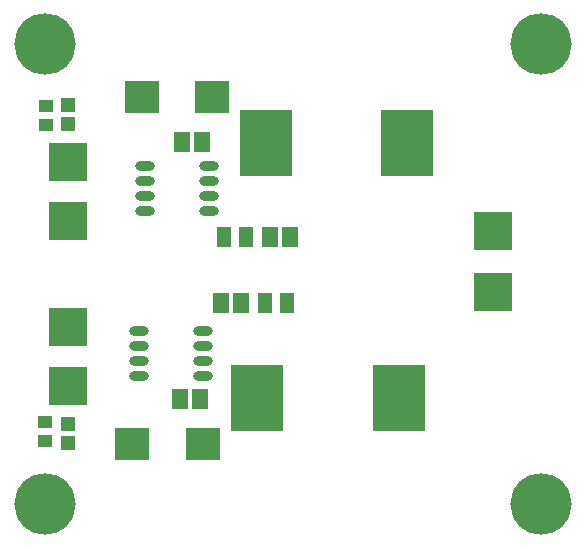
<source format=gts>
G04*
G04 #@! TF.GenerationSoftware,Altium Limited,Altium Designer,20.0.13 (296)*
G04*
G04 Layer_Color=8388736*
%FSLAX44Y44*%
%MOMM*%
G71*
G01*
G75*
%ADD21R,4.4032X5.7032*%
%ADD22R,3.0032X2.8032*%
%ADD23R,1.4032X1.7032*%
%ADD24R,1.2032X1.2032*%
%ADD25O,1.6532X0.8032*%
%ADD26R,1.2032X1.1032*%
%ADD27R,1.3032X1.7032*%
%ADD28R,3.2032X3.2032*%
%ADD29C,5.2032*%
D21*
X220000Y130000D02*
D03*
X340000D02*
D03*
X227000Y346000D02*
D03*
X347000D02*
D03*
D22*
X114000Y91000D02*
D03*
X174000D02*
D03*
X122000Y385000D02*
D03*
X182000D02*
D03*
D23*
X206500Y210000D02*
D03*
X189500D02*
D03*
X171500Y129000D02*
D03*
X154500D02*
D03*
X156500Y347000D02*
D03*
X173500D02*
D03*
X247500Y266000D02*
D03*
X230500D02*
D03*
D24*
X60000Y378000D02*
D03*
Y362000D02*
D03*
Y92000D02*
D03*
Y108000D02*
D03*
D25*
X119750Y187050D02*
D03*
Y174350D02*
D03*
Y161650D02*
D03*
Y148950D02*
D03*
X174250Y187050D02*
D03*
Y174350D02*
D03*
Y161650D02*
D03*
Y148950D02*
D03*
X179250Y287950D02*
D03*
Y300650D02*
D03*
Y313350D02*
D03*
Y326050D02*
D03*
X124750Y287950D02*
D03*
Y300650D02*
D03*
Y313350D02*
D03*
Y326050D02*
D03*
D26*
X40000Y93500D02*
D03*
Y110000D02*
D03*
X41000Y377250D02*
D03*
Y360750D02*
D03*
D27*
X210500Y266000D02*
D03*
X191500D02*
D03*
X226500Y210000D02*
D03*
X245500D02*
D03*
D28*
X420000Y271000D02*
D03*
Y220000D02*
D03*
X60000Y330000D02*
D03*
Y280000D02*
D03*
Y140000D02*
D03*
Y190000D02*
D03*
D29*
X460000Y430000D02*
D03*
X40000D02*
D03*
X460000Y40000D02*
D03*
X40000D02*
D03*
M02*

</source>
